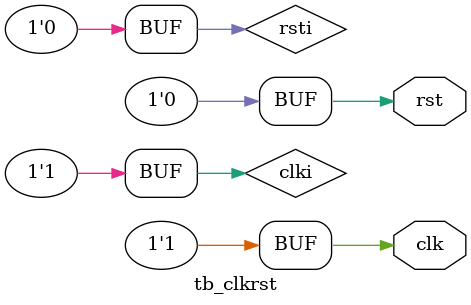
<source format=sv>

`resetall
`timescale 1ns/1ps
`default_nettype none

module tb_clkrst #(
    parameter PERIOD=10,
    parameter CLKQ=1.0,
    parameter RESET_CYCLES=5,
    parameter RESET_PHASE=0.4
) (
`ifndef VERILATOR
    output wire clk,
    output wire rst
`else
    input wire clk,
    input wire rst
`endif
);

`ifndef VERILATOR

localparam P2 = PERIOD/2.0;

// ensure clock starts without posedge @ time 0 to avoid race conditions
// also ensure the sim handles resets correctly by forcing clk to be invalid
// (1'bx) // @ time 0. this must not propogate after reset.
// first posedge will be @PERIOD ns
logic clki;
always begin
    #P2 clki = 0;
    #P2 clki = 1;
end
assign #CLKQ clk = clki;

logic rsti;
initial begin
    #(PERIOD*RESET_CYCLES - PERIOD*RESET_PHASE); // e.g. @46
    rsti = 1;
    #(PERIOD*RESET_CYCLES); // e.g. @96
    rsti = 0;
end
assign rst = rsti;

`endif // VERILATOR

endmodule
`resetall

</source>
